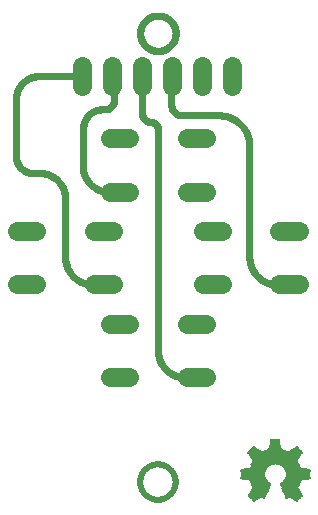
<source format=gbr>
G04 EAGLE Gerber RS-274X export*
G75*
%MOMM*%
%FSLAX34Y34*%
%LPD*%
%INBottom Copper*%
%IPPOS*%
%AMOC8*
5,1,8,0,0,1.08239X$1,22.5*%
G01*
%ADD10C,0.609600*%
%ADD11C,0.500000*%
%ADD12R,0.050800X0.050800*%
%ADD13R,0.152400X0.050800*%
%ADD14R,0.304800X0.050800*%
%ADD15R,0.406400X0.050800*%
%ADD16R,0.558800X0.050800*%
%ADD17R,0.660400X0.050800*%
%ADD18R,0.812800X0.050800*%
%ADD19R,0.914400X0.050800*%
%ADD20R,0.254000X0.050800*%
%ADD21R,1.422400X0.050800*%
%ADD22R,1.473200X0.050800*%
%ADD23R,1.574800X0.050800*%
%ADD24R,1.524000X0.050800*%
%ADD25R,1.625600X0.050800*%
%ADD26R,1.676400X0.050800*%
%ADD27R,1.727200X0.050800*%
%ADD28R,1.828800X0.050800*%
%ADD29R,2.082800X0.050800*%
%ADD30R,2.133600X0.050800*%
%ADD31R,1.879600X0.050800*%
%ADD32R,1.778000X0.050800*%
%ADD33R,1.981200X0.050800*%
%ADD34R,4.064000X0.050800*%
%ADD35R,3.962400X0.050800*%
%ADD36R,3.860800X0.050800*%
%ADD37R,4.165600X0.050800*%
%ADD38R,4.267200X0.050800*%
%ADD39R,4.368800X0.050800*%
%ADD40R,4.470400X0.050800*%
%ADD41R,4.572000X0.050800*%
%ADD42R,4.673600X0.050800*%
%ADD43R,4.775200X0.050800*%
%ADD44R,1.016000X0.050800*%
%ADD45R,1.930400X0.050800*%
%ADD46R,0.863600X0.050800*%
%ADD47R,0.762000X0.050800*%
%ADD48R,0.609600X0.050800*%
%ADD49R,1.219200X0.050800*%
%ADD50R,0.508000X0.050800*%
%ADD51R,1.117600X0.050800*%
%ADD52R,0.355600X0.050800*%
%ADD53R,0.101600X0.050800*%
%ADD54C,1.625600*%


D10*
X128000Y415000D02*
X128005Y415368D01*
X128018Y415736D01*
X128041Y416103D01*
X128072Y416470D01*
X128113Y416836D01*
X128162Y417201D01*
X128221Y417564D01*
X128288Y417926D01*
X128364Y418287D01*
X128450Y418645D01*
X128543Y419001D01*
X128646Y419354D01*
X128757Y419705D01*
X128877Y420053D01*
X129005Y420398D01*
X129142Y420740D01*
X129287Y421079D01*
X129440Y421413D01*
X129602Y421744D01*
X129771Y422071D01*
X129949Y422393D01*
X130134Y422712D01*
X130327Y423025D01*
X130528Y423334D01*
X130736Y423637D01*
X130952Y423935D01*
X131175Y424228D01*
X131405Y424516D01*
X131642Y424798D01*
X131886Y425073D01*
X132136Y425343D01*
X132393Y425607D01*
X132657Y425864D01*
X132927Y426114D01*
X133202Y426358D01*
X133484Y426595D01*
X133772Y426825D01*
X134065Y427048D01*
X134363Y427264D01*
X134666Y427472D01*
X134975Y427673D01*
X135288Y427866D01*
X135607Y428051D01*
X135929Y428229D01*
X136256Y428398D01*
X136587Y428560D01*
X136921Y428713D01*
X137260Y428858D01*
X137602Y428995D01*
X137947Y429123D01*
X138295Y429243D01*
X138646Y429354D01*
X138999Y429457D01*
X139355Y429550D01*
X139713Y429636D01*
X140074Y429712D01*
X140436Y429779D01*
X140799Y429838D01*
X141164Y429887D01*
X141530Y429928D01*
X141897Y429959D01*
X142264Y429982D01*
X142632Y429995D01*
X143000Y430000D01*
X143368Y429995D01*
X143736Y429982D01*
X144103Y429959D01*
X144470Y429928D01*
X144836Y429887D01*
X145201Y429838D01*
X145564Y429779D01*
X145926Y429712D01*
X146287Y429636D01*
X146645Y429550D01*
X147001Y429457D01*
X147354Y429354D01*
X147705Y429243D01*
X148053Y429123D01*
X148398Y428995D01*
X148740Y428858D01*
X149079Y428713D01*
X149413Y428560D01*
X149744Y428398D01*
X150071Y428229D01*
X150393Y428051D01*
X150712Y427866D01*
X151025Y427673D01*
X151334Y427472D01*
X151637Y427264D01*
X151935Y427048D01*
X152228Y426825D01*
X152516Y426595D01*
X152798Y426358D01*
X153073Y426114D01*
X153343Y425864D01*
X153607Y425607D01*
X153864Y425343D01*
X154114Y425073D01*
X154358Y424798D01*
X154595Y424516D01*
X154825Y424228D01*
X155048Y423935D01*
X155264Y423637D01*
X155472Y423334D01*
X155673Y423025D01*
X155866Y422712D01*
X156051Y422393D01*
X156229Y422071D01*
X156398Y421744D01*
X156560Y421413D01*
X156713Y421079D01*
X156858Y420740D01*
X156995Y420398D01*
X157123Y420053D01*
X157243Y419705D01*
X157354Y419354D01*
X157457Y419001D01*
X157550Y418645D01*
X157636Y418287D01*
X157712Y417926D01*
X157779Y417564D01*
X157838Y417201D01*
X157887Y416836D01*
X157928Y416470D01*
X157959Y416103D01*
X157982Y415736D01*
X157995Y415368D01*
X158000Y415000D01*
X157995Y414632D01*
X157982Y414264D01*
X157959Y413897D01*
X157928Y413530D01*
X157887Y413164D01*
X157838Y412799D01*
X157779Y412436D01*
X157712Y412074D01*
X157636Y411713D01*
X157550Y411355D01*
X157457Y410999D01*
X157354Y410646D01*
X157243Y410295D01*
X157123Y409947D01*
X156995Y409602D01*
X156858Y409260D01*
X156713Y408921D01*
X156560Y408587D01*
X156398Y408256D01*
X156229Y407929D01*
X156051Y407607D01*
X155866Y407288D01*
X155673Y406975D01*
X155472Y406666D01*
X155264Y406363D01*
X155048Y406065D01*
X154825Y405772D01*
X154595Y405484D01*
X154358Y405202D01*
X154114Y404927D01*
X153864Y404657D01*
X153607Y404393D01*
X153343Y404136D01*
X153073Y403886D01*
X152798Y403642D01*
X152516Y403405D01*
X152228Y403175D01*
X151935Y402952D01*
X151637Y402736D01*
X151334Y402528D01*
X151025Y402327D01*
X150712Y402134D01*
X150393Y401949D01*
X150071Y401771D01*
X149744Y401602D01*
X149413Y401440D01*
X149079Y401287D01*
X148740Y401142D01*
X148398Y401005D01*
X148053Y400877D01*
X147705Y400757D01*
X147354Y400646D01*
X147001Y400543D01*
X146645Y400450D01*
X146287Y400364D01*
X145926Y400288D01*
X145564Y400221D01*
X145201Y400162D01*
X144836Y400113D01*
X144470Y400072D01*
X144103Y400041D01*
X143736Y400018D01*
X143368Y400005D01*
X143000Y400000D01*
X142632Y400005D01*
X142264Y400018D01*
X141897Y400041D01*
X141530Y400072D01*
X141164Y400113D01*
X140799Y400162D01*
X140436Y400221D01*
X140074Y400288D01*
X139713Y400364D01*
X139355Y400450D01*
X138999Y400543D01*
X138646Y400646D01*
X138295Y400757D01*
X137947Y400877D01*
X137602Y401005D01*
X137260Y401142D01*
X136921Y401287D01*
X136587Y401440D01*
X136256Y401602D01*
X135929Y401771D01*
X135607Y401949D01*
X135288Y402134D01*
X134975Y402327D01*
X134666Y402528D01*
X134363Y402736D01*
X134065Y402952D01*
X133772Y403175D01*
X133484Y403405D01*
X133202Y403642D01*
X132927Y403886D01*
X132657Y404136D01*
X132393Y404393D01*
X132136Y404657D01*
X131886Y404927D01*
X131642Y405202D01*
X131405Y405484D01*
X131175Y405772D01*
X130952Y406065D01*
X130736Y406363D01*
X130528Y406666D01*
X130327Y406975D01*
X130134Y407288D01*
X129949Y407607D01*
X129771Y407929D01*
X129602Y408256D01*
X129440Y408587D01*
X129287Y408921D01*
X129142Y409260D01*
X129005Y409602D01*
X128877Y409947D01*
X128757Y410295D01*
X128646Y410646D01*
X128543Y410999D01*
X128450Y411355D01*
X128364Y411713D01*
X128288Y412074D01*
X128221Y412436D01*
X128162Y412799D01*
X128113Y413164D01*
X128072Y413530D01*
X128041Y413897D01*
X128018Y414264D01*
X128005Y414632D01*
X128000Y415000D01*
D11*
X128000Y35000D02*
X128005Y35368D01*
X128018Y35736D01*
X128041Y36103D01*
X128072Y36470D01*
X128113Y36836D01*
X128162Y37201D01*
X128221Y37564D01*
X128288Y37926D01*
X128364Y38287D01*
X128450Y38645D01*
X128543Y39001D01*
X128646Y39354D01*
X128757Y39705D01*
X128877Y40053D01*
X129005Y40398D01*
X129142Y40740D01*
X129287Y41079D01*
X129440Y41413D01*
X129602Y41744D01*
X129771Y42071D01*
X129949Y42393D01*
X130134Y42712D01*
X130327Y43025D01*
X130528Y43334D01*
X130736Y43637D01*
X130952Y43935D01*
X131175Y44228D01*
X131405Y44516D01*
X131642Y44798D01*
X131886Y45073D01*
X132136Y45343D01*
X132393Y45607D01*
X132657Y45864D01*
X132927Y46114D01*
X133202Y46358D01*
X133484Y46595D01*
X133772Y46825D01*
X134065Y47048D01*
X134363Y47264D01*
X134666Y47472D01*
X134975Y47673D01*
X135288Y47866D01*
X135607Y48051D01*
X135929Y48229D01*
X136256Y48398D01*
X136587Y48560D01*
X136921Y48713D01*
X137260Y48858D01*
X137602Y48995D01*
X137947Y49123D01*
X138295Y49243D01*
X138646Y49354D01*
X138999Y49457D01*
X139355Y49550D01*
X139713Y49636D01*
X140074Y49712D01*
X140436Y49779D01*
X140799Y49838D01*
X141164Y49887D01*
X141530Y49928D01*
X141897Y49959D01*
X142264Y49982D01*
X142632Y49995D01*
X143000Y50000D01*
X143368Y49995D01*
X143736Y49982D01*
X144103Y49959D01*
X144470Y49928D01*
X144836Y49887D01*
X145201Y49838D01*
X145564Y49779D01*
X145926Y49712D01*
X146287Y49636D01*
X146645Y49550D01*
X147001Y49457D01*
X147354Y49354D01*
X147705Y49243D01*
X148053Y49123D01*
X148398Y48995D01*
X148740Y48858D01*
X149079Y48713D01*
X149413Y48560D01*
X149744Y48398D01*
X150071Y48229D01*
X150393Y48051D01*
X150712Y47866D01*
X151025Y47673D01*
X151334Y47472D01*
X151637Y47264D01*
X151935Y47048D01*
X152228Y46825D01*
X152516Y46595D01*
X152798Y46358D01*
X153073Y46114D01*
X153343Y45864D01*
X153607Y45607D01*
X153864Y45343D01*
X154114Y45073D01*
X154358Y44798D01*
X154595Y44516D01*
X154825Y44228D01*
X155048Y43935D01*
X155264Y43637D01*
X155472Y43334D01*
X155673Y43025D01*
X155866Y42712D01*
X156051Y42393D01*
X156229Y42071D01*
X156398Y41744D01*
X156560Y41413D01*
X156713Y41079D01*
X156858Y40740D01*
X156995Y40398D01*
X157123Y40053D01*
X157243Y39705D01*
X157354Y39354D01*
X157457Y39001D01*
X157550Y38645D01*
X157636Y38287D01*
X157712Y37926D01*
X157779Y37564D01*
X157838Y37201D01*
X157887Y36836D01*
X157928Y36470D01*
X157959Y36103D01*
X157982Y35736D01*
X157995Y35368D01*
X158000Y35000D01*
X157995Y34632D01*
X157982Y34264D01*
X157959Y33897D01*
X157928Y33530D01*
X157887Y33164D01*
X157838Y32799D01*
X157779Y32436D01*
X157712Y32074D01*
X157636Y31713D01*
X157550Y31355D01*
X157457Y30999D01*
X157354Y30646D01*
X157243Y30295D01*
X157123Y29947D01*
X156995Y29602D01*
X156858Y29260D01*
X156713Y28921D01*
X156560Y28587D01*
X156398Y28256D01*
X156229Y27929D01*
X156051Y27607D01*
X155866Y27288D01*
X155673Y26975D01*
X155472Y26666D01*
X155264Y26363D01*
X155048Y26065D01*
X154825Y25772D01*
X154595Y25484D01*
X154358Y25202D01*
X154114Y24927D01*
X153864Y24657D01*
X153607Y24393D01*
X153343Y24136D01*
X153073Y23886D01*
X152798Y23642D01*
X152516Y23405D01*
X152228Y23175D01*
X151935Y22952D01*
X151637Y22736D01*
X151334Y22528D01*
X151025Y22327D01*
X150712Y22134D01*
X150393Y21949D01*
X150071Y21771D01*
X149744Y21602D01*
X149413Y21440D01*
X149079Y21287D01*
X148740Y21142D01*
X148398Y21005D01*
X148053Y20877D01*
X147705Y20757D01*
X147354Y20646D01*
X147001Y20543D01*
X146645Y20450D01*
X146287Y20364D01*
X145926Y20288D01*
X145564Y20221D01*
X145201Y20162D01*
X144836Y20113D01*
X144470Y20072D01*
X144103Y20041D01*
X143736Y20018D01*
X143368Y20005D01*
X143000Y20000D01*
X142632Y20005D01*
X142264Y20018D01*
X141897Y20041D01*
X141530Y20072D01*
X141164Y20113D01*
X140799Y20162D01*
X140436Y20221D01*
X140074Y20288D01*
X139713Y20364D01*
X139355Y20450D01*
X138999Y20543D01*
X138646Y20646D01*
X138295Y20757D01*
X137947Y20877D01*
X137602Y21005D01*
X137260Y21142D01*
X136921Y21287D01*
X136587Y21440D01*
X136256Y21602D01*
X135929Y21771D01*
X135607Y21949D01*
X135288Y22134D01*
X134975Y22327D01*
X134666Y22528D01*
X134363Y22736D01*
X134065Y22952D01*
X133772Y23175D01*
X133484Y23405D01*
X133202Y23642D01*
X132927Y23886D01*
X132657Y24136D01*
X132393Y24393D01*
X132136Y24657D01*
X131886Y24927D01*
X131642Y25202D01*
X131405Y25484D01*
X131175Y25772D01*
X130952Y26065D01*
X130736Y26363D01*
X130528Y26666D01*
X130327Y26975D01*
X130134Y27288D01*
X129949Y27607D01*
X129771Y27929D01*
X129602Y28256D01*
X129440Y28587D01*
X129287Y28921D01*
X129142Y29260D01*
X129005Y29602D01*
X128877Y29947D01*
X128757Y30295D01*
X128646Y30646D01*
X128543Y30999D01*
X128450Y31355D01*
X128364Y31713D01*
X128288Y32074D01*
X128221Y32436D01*
X128162Y32799D01*
X128113Y33164D01*
X128072Y33530D01*
X128041Y33897D01*
X128018Y34264D01*
X128005Y34632D01*
X128000Y35000D01*
D12*
X224536Y17780D03*
X260604Y17780D03*
D13*
X224536Y18288D03*
X260604Y18288D03*
D14*
X224790Y18796D03*
X260350Y18796D03*
D15*
X224790Y19304D03*
X260350Y19304D03*
D16*
X225044Y19812D03*
X260096Y19812D03*
D17*
X225044Y20320D03*
D12*
X233680Y20320D03*
X251460Y20320D03*
D17*
X260096Y20320D03*
D18*
X225298Y20828D03*
D13*
X233172Y20828D03*
X251968Y20828D03*
D18*
X259842Y20828D03*
D19*
X225298Y21336D03*
D20*
X232664Y21336D03*
X252476Y21336D03*
D19*
X259842Y21336D03*
D21*
X227330Y21844D03*
X257810Y21844D03*
D22*
X227076Y22352D03*
X258064Y22352D03*
D23*
X227076Y22860D03*
X258064Y22860D03*
X227076Y23368D03*
X258064Y23368D03*
D24*
X227330Y23876D03*
X257810Y23876D03*
D23*
X227584Y24384D03*
X257556Y24384D03*
D24*
X227838Y24892D03*
X257302Y24892D03*
X228346Y25400D03*
X256794Y25400D03*
X228346Y25908D03*
X256794Y25908D03*
X228854Y26416D03*
X256286Y26416D03*
D22*
X229108Y26924D03*
X256032Y26924D03*
X229108Y27432D03*
X256032Y27432D03*
X229616Y27940D03*
X255524Y27940D03*
D21*
X229870Y28448D03*
X255270Y28448D03*
D22*
X230124Y28956D03*
X255016Y28956D03*
D21*
X230378Y29464D03*
X254762Y29464D03*
D22*
X230124Y29972D03*
D21*
X254762Y29972D03*
D24*
X230378Y30480D03*
X254762Y30480D03*
X230378Y30988D03*
X254762Y30988D03*
D25*
X230378Y31496D03*
X254762Y31496D03*
X230378Y32004D03*
X254762Y32004D03*
D26*
X230632Y32512D03*
X254508Y32512D03*
D27*
X230378Y33020D03*
X254762Y33020D03*
D26*
X230124Y33528D03*
X255016Y33528D03*
D25*
X229362Y34036D03*
X255778Y34036D03*
D23*
X229108Y34544D03*
X256032Y34544D03*
D24*
X228854Y35052D03*
X256286Y35052D03*
X228346Y35560D03*
X256794Y35560D03*
D23*
X227584Y36068D03*
X257556Y36068D03*
D28*
X225806Y36576D03*
X259334Y36576D03*
D29*
X224536Y37084D03*
X260604Y37084D03*
D30*
X223774Y37592D03*
X261366Y37592D03*
X223774Y38100D03*
X261366Y38100D03*
X223774Y38608D03*
X261366Y38608D03*
D29*
X223520Y39116D03*
X261620Y39116D03*
X223520Y39624D03*
X261620Y39624D03*
X223520Y40132D03*
X261620Y40132D03*
X223520Y40640D03*
X261620Y40640D03*
X223520Y41148D03*
X261620Y41148D03*
X223520Y41656D03*
X261620Y41656D03*
X223520Y42164D03*
X261620Y42164D03*
X223520Y42672D03*
X261620Y42672D03*
X223520Y43180D03*
X261620Y43180D03*
D30*
X223774Y43688D03*
X261366Y43688D03*
X223774Y44196D03*
X261366Y44196D03*
X223774Y44704D03*
X261366Y44704D03*
X224282Y45212D03*
X260858Y45212D03*
D31*
X225552Y45720D03*
X259588Y45720D03*
D26*
X227076Y46228D03*
X258064Y46228D03*
D24*
X228346Y46736D03*
X256794Y46736D03*
X228854Y47244D03*
X256286Y47244D03*
D23*
X229108Y47752D03*
X256032Y47752D03*
X229616Y48260D03*
X255524Y48260D03*
D26*
X230124Y48768D03*
X255016Y48768D03*
D32*
X230632Y49276D03*
X254508Y49276D03*
D33*
X232156Y49784D03*
X252984Y49784D03*
D34*
X242570Y50292D03*
D35*
X242570Y50800D03*
X242570Y51308D03*
D36*
X242570Y51816D03*
X242570Y52324D03*
X242570Y52832D03*
X242570Y53340D03*
D35*
X242570Y53848D03*
D34*
X242570Y54356D03*
X242570Y54864D03*
D37*
X242570Y55372D03*
D38*
X242570Y55880D03*
X242570Y56388D03*
D39*
X242570Y56896D03*
D40*
X242570Y57404D03*
X242570Y57912D03*
D41*
X242570Y58420D03*
D42*
X242570Y58928D03*
D43*
X242570Y59436D03*
D42*
X242570Y59944D03*
D41*
X242570Y60452D03*
D44*
X225298Y60960D03*
D45*
X242570Y60960D03*
D44*
X259842Y60960D03*
D46*
X225044Y61468D03*
D27*
X242570Y61468D03*
D46*
X260096Y61468D03*
D47*
X225044Y61976D03*
D21*
X242570Y61976D03*
D47*
X260096Y61976D03*
D48*
X224790Y62484D03*
D49*
X242570Y62484D03*
D48*
X260350Y62484D03*
D50*
X224790Y62992D03*
D51*
X242570Y62992D03*
D50*
X260350Y62992D03*
D52*
X224536Y63500D03*
D44*
X242570Y63500D03*
D52*
X260604Y63500D03*
D20*
X224536Y64008D03*
D44*
X242570Y64008D03*
D20*
X260604Y64008D03*
D53*
X224282Y64516D03*
D44*
X242570Y64516D03*
D53*
X260858Y64516D03*
D44*
X242570Y65024D03*
X242570Y65532D03*
D19*
X242570Y66040D03*
X242570Y66548D03*
X242570Y67056D03*
X242570Y67564D03*
X242570Y68072D03*
X242570Y68580D03*
D18*
X242570Y69088D03*
X242570Y69596D03*
X242570Y70104D03*
X242570Y70612D03*
D54*
X105140Y202394D02*
X88884Y202394D01*
X88884Y247606D02*
X105140Y247606D01*
X40116Y202394D02*
X23860Y202394D01*
X23860Y247606D02*
X40116Y247606D01*
X167384Y280894D02*
X183640Y280894D01*
X183640Y326106D02*
X167384Y326106D01*
X118616Y280894D02*
X102360Y280894D01*
X102360Y326106D02*
X118616Y326106D01*
X245884Y202394D02*
X262140Y202394D01*
X262140Y247606D02*
X245884Y247606D01*
X197116Y202394D02*
X180860Y202394D01*
X180860Y247606D02*
X197116Y247606D01*
X183640Y123894D02*
X167384Y123894D01*
X167384Y169106D02*
X183640Y169106D01*
X118616Y123894D02*
X102360Y123894D01*
X102360Y169106D02*
X118616Y169106D01*
X79000Y370602D02*
X79000Y386858D01*
X104400Y386858D02*
X104400Y370602D01*
X129800Y370602D02*
X129800Y386858D01*
X155200Y386858D02*
X155200Y370602D01*
X180600Y370602D02*
X180600Y386858D01*
X206000Y386858D02*
X206000Y370602D01*
D10*
X97012Y202394D02*
X87674Y202394D01*
X87114Y202401D01*
X86555Y202421D01*
X85997Y202455D01*
X85439Y202502D01*
X84883Y202563D01*
X84328Y202637D01*
X83775Y202725D01*
X83225Y202825D01*
X82677Y202940D01*
X82132Y203067D01*
X81590Y203207D01*
X81052Y203361D01*
X80518Y203527D01*
X79988Y203707D01*
X79462Y203899D01*
X78941Y204104D01*
X78426Y204321D01*
X77915Y204551D01*
X77411Y204793D01*
X76912Y205047D01*
X76420Y205313D01*
X75934Y205591D01*
X75455Y205880D01*
X74983Y206181D01*
X74519Y206493D01*
X74062Y206817D01*
X73613Y207151D01*
X73173Y207496D01*
X72741Y207852D01*
X72317Y208218D01*
X71903Y208594D01*
X71498Y208980D01*
X71102Y209376D01*
X70716Y209781D01*
X70340Y210195D01*
X69974Y210619D01*
X69618Y211051D01*
X69273Y211491D01*
X68939Y211940D01*
X68615Y212397D01*
X68303Y212861D01*
X68002Y213333D01*
X67713Y213812D01*
X67435Y214298D01*
X67169Y214790D01*
X66915Y215289D01*
X66673Y215793D01*
X66443Y216304D01*
X66226Y216819D01*
X66021Y217340D01*
X65829Y217866D01*
X65649Y218396D01*
X65483Y218930D01*
X65329Y219468D01*
X65189Y220010D01*
X65062Y220555D01*
X64947Y221103D01*
X64847Y221653D01*
X64759Y222206D01*
X64685Y222761D01*
X64624Y223317D01*
X64577Y223875D01*
X64543Y224433D01*
X64523Y224992D01*
X64516Y225552D01*
X64516Y274828D01*
X64510Y275356D01*
X64490Y275883D01*
X64459Y276410D01*
X64414Y276936D01*
X64357Y277461D01*
X64287Y277984D01*
X64204Y278506D01*
X64109Y279025D01*
X64001Y279542D01*
X63881Y280056D01*
X63749Y280567D01*
X63604Y281074D01*
X63447Y281578D01*
X63278Y282078D01*
X63096Y282574D01*
X62903Y283065D01*
X62698Y283552D01*
X62482Y284033D01*
X62254Y284509D01*
X62014Y284979D01*
X61763Y285444D01*
X61501Y285902D01*
X61228Y286354D01*
X60944Y286799D01*
X60649Y287237D01*
X60344Y287668D01*
X60029Y288091D01*
X59703Y288506D01*
X59368Y288914D01*
X59022Y289313D01*
X58668Y289704D01*
X58304Y290086D01*
X57930Y290460D01*
X57548Y290824D01*
X57157Y291178D01*
X56758Y291524D01*
X56350Y291859D01*
X55935Y292185D01*
X55512Y292500D01*
X55081Y292805D01*
X54643Y293100D01*
X54198Y293384D01*
X53746Y293657D01*
X53288Y293919D01*
X52823Y294170D01*
X52353Y294410D01*
X51877Y294638D01*
X51396Y294854D01*
X50909Y295059D01*
X50418Y295252D01*
X49922Y295434D01*
X49422Y295603D01*
X48918Y295760D01*
X48411Y295905D01*
X47900Y296037D01*
X47386Y296157D01*
X46869Y296265D01*
X46350Y296360D01*
X45828Y296443D01*
X45305Y296513D01*
X44780Y296570D01*
X44254Y296615D01*
X43727Y296646D01*
X43200Y296666D01*
X42672Y296672D01*
X37084Y296672D01*
X36740Y296676D01*
X36397Y296689D01*
X36054Y296709D01*
X35711Y296738D01*
X35369Y296776D01*
X35029Y296821D01*
X34689Y296875D01*
X34351Y296937D01*
X34015Y297007D01*
X33680Y297085D01*
X33347Y297172D01*
X33017Y297266D01*
X32689Y297368D01*
X32363Y297478D01*
X32040Y297596D01*
X31720Y297722D01*
X31403Y297856D01*
X31090Y297997D01*
X30780Y298145D01*
X30474Y298301D01*
X30171Y298465D01*
X29873Y298635D01*
X29579Y298813D01*
X29289Y298998D01*
X29004Y299190D01*
X28723Y299389D01*
X28448Y299594D01*
X28177Y299806D01*
X27912Y300024D01*
X27652Y300249D01*
X27397Y300480D01*
X27148Y300717D01*
X26905Y300960D01*
X26668Y301209D01*
X26437Y301464D01*
X26212Y301724D01*
X25994Y301989D01*
X25782Y302260D01*
X25577Y302535D01*
X25378Y302816D01*
X25186Y303101D01*
X25001Y303391D01*
X24823Y303685D01*
X24653Y303983D01*
X24489Y304286D01*
X24333Y304592D01*
X24185Y304902D01*
X24044Y305215D01*
X23910Y305532D01*
X23784Y305852D01*
X23666Y306175D01*
X23556Y306501D01*
X23454Y306829D01*
X23360Y307159D01*
X23273Y307492D01*
X23195Y307827D01*
X23125Y308163D01*
X23063Y308501D01*
X23009Y308841D01*
X22964Y309181D01*
X22926Y309523D01*
X22897Y309866D01*
X22877Y310209D01*
X22864Y310552D01*
X22860Y310896D01*
X22860Y359156D01*
X42434Y378730D02*
X79000Y378730D01*
X42434Y378730D02*
X41961Y378724D01*
X41488Y378707D01*
X41016Y378679D01*
X40545Y378639D01*
X40075Y378587D01*
X39606Y378525D01*
X39139Y378451D01*
X38673Y378365D01*
X38210Y378269D01*
X37750Y378161D01*
X37292Y378042D01*
X36837Y377913D01*
X36385Y377772D01*
X35937Y377620D01*
X35493Y377458D01*
X35053Y377285D01*
X34617Y377101D01*
X34185Y376907D01*
X33759Y376703D01*
X33338Y376488D01*
X32921Y376263D01*
X32511Y376028D01*
X32106Y375783D01*
X31707Y375529D01*
X31315Y375265D01*
X30929Y374992D01*
X30549Y374709D01*
X30177Y374417D01*
X29812Y374117D01*
X29454Y373807D01*
X29104Y373489D01*
X28761Y373163D01*
X28427Y372829D01*
X28101Y372486D01*
X27783Y372136D01*
X27473Y371778D01*
X27173Y371413D01*
X26881Y371041D01*
X26598Y370661D01*
X26325Y370275D01*
X26061Y369883D01*
X25807Y369484D01*
X25562Y369079D01*
X25327Y368669D01*
X25102Y368252D01*
X24887Y367831D01*
X24683Y367405D01*
X24489Y366973D01*
X24305Y366537D01*
X24132Y366097D01*
X23970Y365653D01*
X23818Y365205D01*
X23677Y364753D01*
X23548Y364298D01*
X23429Y363840D01*
X23321Y363380D01*
X23225Y362917D01*
X23139Y362451D01*
X23065Y361984D01*
X23003Y361515D01*
X22951Y361045D01*
X22911Y360574D01*
X22883Y360102D01*
X22866Y359629D01*
X22860Y359156D01*
X154432Y377962D02*
X154434Y378017D01*
X154440Y378071D01*
X154450Y378125D01*
X154463Y378178D01*
X154480Y378230D01*
X154501Y378281D01*
X154526Y378330D01*
X154554Y378377D01*
X154585Y378422D01*
X154620Y378465D01*
X154657Y378505D01*
X154697Y378542D01*
X154740Y378577D01*
X154785Y378608D01*
X154832Y378636D01*
X154881Y378661D01*
X154932Y378682D01*
X154984Y378699D01*
X155037Y378712D01*
X155091Y378722D01*
X155145Y378728D01*
X155200Y378730D01*
X154432Y377962D02*
X154432Y354076D01*
X154435Y353867D01*
X154442Y353659D01*
X154455Y353450D01*
X154472Y353243D01*
X154495Y353035D01*
X154523Y352828D01*
X154555Y352622D01*
X154593Y352417D01*
X154635Y352212D01*
X154683Y352009D01*
X154735Y351807D01*
X154793Y351607D01*
X154855Y351407D01*
X154922Y351210D01*
X154993Y351014D01*
X155070Y350819D01*
X155151Y350627D01*
X155236Y350437D01*
X155326Y350249D01*
X155421Y350063D01*
X155520Y349879D01*
X155624Y349698D01*
X155732Y349519D01*
X155844Y349343D01*
X155961Y349170D01*
X156081Y349000D01*
X156206Y348833D01*
X156335Y348668D01*
X156467Y348507D01*
X156604Y348349D01*
X156744Y348195D01*
X156888Y348044D01*
X157036Y347896D01*
X157187Y347752D01*
X157341Y347612D01*
X157499Y347475D01*
X157660Y347343D01*
X157825Y347214D01*
X157992Y347089D01*
X158162Y346969D01*
X158335Y346852D01*
X158511Y346740D01*
X158690Y346632D01*
X158871Y346528D01*
X159055Y346429D01*
X159241Y346334D01*
X159429Y346244D01*
X159619Y346159D01*
X159811Y346078D01*
X160006Y346001D01*
X160202Y345930D01*
X160399Y345863D01*
X160599Y345801D01*
X160799Y345743D01*
X161001Y345691D01*
X161204Y345643D01*
X161409Y345601D01*
X161614Y345563D01*
X161820Y345531D01*
X162027Y345503D01*
X162235Y345480D01*
X162442Y345463D01*
X162651Y345450D01*
X162859Y345443D01*
X163068Y345440D01*
X194564Y345440D01*
X195190Y345432D01*
X195816Y345410D01*
X196441Y345372D01*
X197064Y345319D01*
X197687Y345251D01*
X198307Y345168D01*
X198926Y345070D01*
X199542Y344957D01*
X200155Y344830D01*
X200764Y344687D01*
X201370Y344530D01*
X201972Y344358D01*
X202570Y344172D01*
X203163Y343971D01*
X203751Y343756D01*
X204334Y343527D01*
X204911Y343284D01*
X205482Y343027D01*
X206046Y342757D01*
X206604Y342472D01*
X207155Y342175D01*
X207698Y341864D01*
X208234Y341540D01*
X208762Y341203D01*
X209281Y340854D01*
X209792Y340492D01*
X210294Y340118D01*
X210787Y339732D01*
X211271Y339334D01*
X211744Y338924D01*
X212208Y338504D01*
X212661Y338072D01*
X213104Y337629D01*
X213536Y337176D01*
X213956Y336712D01*
X214366Y336239D01*
X214764Y335755D01*
X215150Y335262D01*
X215524Y334760D01*
X215886Y334249D01*
X216235Y333730D01*
X216572Y333202D01*
X216896Y332666D01*
X217207Y332123D01*
X217504Y331572D01*
X217789Y331014D01*
X218059Y330450D01*
X218316Y329879D01*
X218559Y329302D01*
X218788Y328719D01*
X219003Y328131D01*
X219204Y327538D01*
X219390Y326940D01*
X219562Y326338D01*
X219719Y325732D01*
X219862Y325123D01*
X219989Y324510D01*
X220102Y323894D01*
X220200Y323275D01*
X220283Y322655D01*
X220351Y322032D01*
X220404Y321409D01*
X220442Y320784D01*
X220464Y320158D01*
X220472Y319532D01*
X220472Y225552D01*
X220479Y224992D01*
X220499Y224433D01*
X220533Y223875D01*
X220580Y223317D01*
X220641Y222761D01*
X220715Y222206D01*
X220803Y221653D01*
X220903Y221103D01*
X221018Y220555D01*
X221145Y220010D01*
X221285Y219468D01*
X221439Y218930D01*
X221605Y218396D01*
X221785Y217866D01*
X221977Y217340D01*
X222182Y216819D01*
X222399Y216304D01*
X222629Y215793D01*
X222871Y215289D01*
X223125Y214790D01*
X223391Y214298D01*
X223669Y213812D01*
X223958Y213333D01*
X224259Y212861D01*
X224571Y212397D01*
X224895Y211940D01*
X225229Y211491D01*
X225574Y211051D01*
X225930Y210619D01*
X226296Y210195D01*
X226672Y209781D01*
X227058Y209376D01*
X227454Y208980D01*
X227859Y208594D01*
X228273Y208218D01*
X228697Y207852D01*
X229129Y207496D01*
X229569Y207151D01*
X230018Y206817D01*
X230475Y206493D01*
X230939Y206181D01*
X231411Y205880D01*
X231890Y205591D01*
X232376Y205313D01*
X232868Y205047D01*
X233367Y204793D01*
X233871Y204551D01*
X234382Y204321D01*
X234897Y204104D01*
X235418Y203899D01*
X235944Y203707D01*
X236474Y203527D01*
X237008Y203361D01*
X237546Y203207D01*
X238088Y203067D01*
X238633Y202940D01*
X239181Y202825D01*
X239731Y202725D01*
X240284Y202637D01*
X240839Y202563D01*
X241395Y202502D01*
X241953Y202455D01*
X242511Y202421D01*
X243070Y202401D01*
X243630Y202394D01*
X254012Y202394D01*
X165158Y123894D02*
X164629Y123900D01*
X164100Y123920D01*
X163572Y123952D01*
X163044Y123996D01*
X162518Y124054D01*
X161993Y124124D01*
X161471Y124207D01*
X160950Y124302D01*
X160432Y124410D01*
X159917Y124530D01*
X159404Y124663D01*
X158895Y124808D01*
X158390Y124966D01*
X157889Y125136D01*
X157391Y125317D01*
X156899Y125511D01*
X156411Y125716D01*
X155928Y125934D01*
X155451Y126162D01*
X154980Y126403D01*
X154514Y126654D01*
X154055Y126917D01*
X153602Y127191D01*
X153155Y127476D01*
X152716Y127771D01*
X152284Y128077D01*
X151860Y128393D01*
X151443Y128720D01*
X151035Y129056D01*
X150634Y129402D01*
X150242Y129758D01*
X149859Y130123D01*
X149485Y130497D01*
X149120Y130880D01*
X148764Y131272D01*
X148418Y131673D01*
X148082Y132081D01*
X147755Y132498D01*
X147439Y132922D01*
X147133Y133354D01*
X146838Y133793D01*
X146553Y134240D01*
X146279Y134693D01*
X146016Y135152D01*
X145765Y135618D01*
X145524Y136089D01*
X145296Y136566D01*
X145078Y137049D01*
X144873Y137537D01*
X144679Y138029D01*
X144498Y138527D01*
X144328Y139028D01*
X144170Y139533D01*
X144025Y140042D01*
X143892Y140555D01*
X143772Y141070D01*
X143664Y141588D01*
X143569Y142109D01*
X143486Y142631D01*
X143416Y143156D01*
X143358Y143682D01*
X143314Y144210D01*
X143282Y144738D01*
X143262Y145267D01*
X143256Y145796D01*
X165158Y123894D02*
X175512Y123894D01*
X143256Y145796D02*
X143256Y333248D01*
X143254Y333408D01*
X143248Y333567D01*
X143239Y333726D01*
X143225Y333885D01*
X143208Y334044D01*
X143187Y334202D01*
X143162Y334360D01*
X143133Y334517D01*
X143100Y334673D01*
X143064Y334828D01*
X143024Y334983D01*
X142980Y335136D01*
X142933Y335289D01*
X142882Y335440D01*
X142827Y335590D01*
X142768Y335738D01*
X142706Y335885D01*
X142641Y336031D01*
X142572Y336175D01*
X142500Y336317D01*
X142424Y336457D01*
X142344Y336596D01*
X142262Y336733D01*
X142176Y336867D01*
X142087Y336999D01*
X141995Y337130D01*
X141899Y337258D01*
X141801Y337383D01*
X141700Y337507D01*
X141595Y337627D01*
X141488Y337745D01*
X141378Y337861D01*
X141265Y337974D01*
X141149Y338084D01*
X141031Y338191D01*
X140911Y338296D01*
X140787Y338397D01*
X140662Y338495D01*
X140534Y338591D01*
X140403Y338683D01*
X140271Y338772D01*
X140137Y338858D01*
X140000Y338940D01*
X139861Y339020D01*
X139721Y339096D01*
X139579Y339168D01*
X139435Y339237D01*
X139289Y339302D01*
X139142Y339364D01*
X138994Y339423D01*
X138844Y339478D01*
X138693Y339529D01*
X138540Y339576D01*
X138387Y339620D01*
X138232Y339660D01*
X138077Y339696D01*
X137921Y339729D01*
X137764Y339758D01*
X137606Y339783D01*
X137448Y339804D01*
X137289Y339821D01*
X137130Y339835D01*
X136971Y339844D01*
X136812Y339850D01*
X136652Y339852D01*
X129800Y346704D02*
X129800Y378730D01*
X129800Y346704D02*
X129802Y346538D01*
X129808Y346373D01*
X129818Y346208D01*
X129832Y346043D01*
X129850Y345878D01*
X129872Y345714D01*
X129898Y345550D01*
X129928Y345388D01*
X129961Y345225D01*
X129999Y345064D01*
X130041Y344904D01*
X130086Y344745D01*
X130135Y344587D01*
X130188Y344430D01*
X130245Y344274D01*
X130306Y344120D01*
X130370Y343968D01*
X130438Y343817D01*
X130510Y343667D01*
X130585Y343520D01*
X130664Y343374D01*
X130746Y343230D01*
X130831Y343089D01*
X130921Y342949D01*
X131013Y342812D01*
X131109Y342676D01*
X131208Y342544D01*
X131310Y342413D01*
X131415Y342286D01*
X131523Y342160D01*
X131634Y342038D01*
X131749Y341918D01*
X131866Y341801D01*
X131986Y341686D01*
X132108Y341575D01*
X132234Y341467D01*
X132361Y341362D01*
X132492Y341260D01*
X132624Y341161D01*
X132760Y341065D01*
X132897Y340973D01*
X133037Y340883D01*
X133178Y340798D01*
X133322Y340716D01*
X133468Y340637D01*
X133615Y340562D01*
X133765Y340490D01*
X133916Y340422D01*
X134068Y340358D01*
X134222Y340297D01*
X134378Y340240D01*
X134535Y340187D01*
X134693Y340138D01*
X134852Y340093D01*
X135012Y340051D01*
X135173Y340013D01*
X135336Y339980D01*
X135498Y339950D01*
X135662Y339924D01*
X135826Y339902D01*
X135991Y339884D01*
X136156Y339870D01*
X136321Y339860D01*
X136486Y339854D01*
X136652Y339852D01*
X110488Y280894D02*
X108234Y280894D01*
X107671Y280764D01*
X107104Y280648D01*
X106535Y280545D01*
X105963Y280457D01*
X105390Y280382D01*
X104815Y280322D01*
X104238Y280276D01*
X103661Y280244D01*
X103083Y280226D01*
X102505Y280222D01*
X101927Y280233D01*
X101349Y280258D01*
X100772Y280297D01*
X100196Y280350D01*
X99622Y280417D01*
X99049Y280498D01*
X98479Y280593D01*
X97911Y280703D01*
X97346Y280826D01*
X96784Y280963D01*
X96226Y281114D01*
X95671Y281278D01*
X95121Y281456D01*
X94575Y281647D01*
X94034Y281852D01*
X93499Y282070D01*
X92969Y282301D01*
X92444Y282545D01*
X91926Y282802D01*
X91415Y283071D01*
X90910Y283353D01*
X90412Y283647D01*
X89921Y283954D01*
X89438Y284272D01*
X88964Y284602D01*
X88497Y284943D01*
X88039Y285296D01*
X87589Y285660D01*
X87149Y286035D01*
X86718Y286421D01*
X86297Y286817D01*
X85886Y287223D01*
X85484Y287640D01*
X85093Y288066D01*
X84713Y288501D01*
X84343Y288946D01*
X83984Y289400D01*
X83637Y289862D01*
X83301Y290333D01*
X82977Y290811D01*
X82664Y291298D01*
X82364Y291792D01*
X82076Y292293D01*
X81800Y292802D01*
X81537Y293317D01*
X81286Y293838D01*
X81049Y294365D01*
X80824Y294898D01*
X80612Y295436D01*
X80414Y295979D01*
X80229Y296527D01*
X80058Y297080D01*
X79900Y297636D01*
X79756Y298196D01*
X79756Y335280D01*
X79779Y335666D01*
X79812Y336052D01*
X79853Y336437D01*
X79904Y336821D01*
X79965Y337203D01*
X80034Y337584D01*
X80113Y337963D01*
X80201Y338340D01*
X80298Y338715D01*
X80403Y339087D01*
X80518Y339457D01*
X80642Y339824D01*
X80775Y340188D01*
X80916Y340548D01*
X81066Y340905D01*
X81225Y341258D01*
X81392Y341607D01*
X81567Y341952D01*
X81751Y342293D01*
X81943Y342629D01*
X82143Y342961D01*
X82351Y343287D01*
X82567Y343609D01*
X82790Y343925D01*
X83022Y344235D01*
X83260Y344540D01*
X83506Y344839D01*
X83759Y345132D01*
X84019Y345419D01*
X84286Y345700D01*
X84559Y345974D01*
X84839Y346241D01*
X85126Y346501D01*
X85418Y346755D01*
X85717Y347001D01*
X86022Y347240D01*
X86332Y347471D01*
X86648Y347695D01*
X86969Y347912D01*
X87295Y348120D01*
X87626Y348321D01*
X87962Y348513D01*
X88303Y348697D01*
X88647Y348873D01*
X88996Y349041D01*
X89349Y349200D01*
X89706Y349351D01*
X90066Y349493D01*
X90430Y349626D01*
X90796Y349750D01*
X91166Y349866D01*
X91538Y349972D01*
X91913Y350070D01*
X92289Y350158D01*
X92668Y350237D01*
X93049Y350307D01*
X93431Y350368D01*
X93815Y350420D01*
X94200Y350462D01*
X94586Y350495D01*
X94972Y350519D01*
X95359Y350533D01*
X95746Y350538D01*
X96133Y350534D01*
X96520Y350520D01*
X98044Y350520D01*
X98228Y350522D01*
X98412Y350529D01*
X98596Y350540D01*
X98779Y350556D01*
X98962Y350576D01*
X99145Y350600D01*
X99327Y350629D01*
X99508Y350662D01*
X99688Y350700D01*
X99868Y350741D01*
X100046Y350788D01*
X100223Y350838D01*
X100399Y350893D01*
X100573Y350952D01*
X100746Y351015D01*
X100917Y351083D01*
X101087Y351154D01*
X101255Y351230D01*
X101421Y351309D01*
X101585Y351393D01*
X101747Y351480D01*
X101907Y351572D01*
X102065Y351667D01*
X102220Y351766D01*
X102373Y351869D01*
X102523Y351975D01*
X102671Y352085D01*
X102816Y352199D01*
X102958Y352316D01*
X103097Y352436D01*
X103233Y352560D01*
X103367Y352687D01*
X103497Y352817D01*
X103624Y352951D01*
X103748Y353087D01*
X103868Y353226D01*
X103985Y353368D01*
X104099Y353513D01*
X104209Y353661D01*
X104315Y353811D01*
X104418Y353964D01*
X104517Y354119D01*
X104612Y354277D01*
X104704Y354437D01*
X104791Y354599D01*
X104875Y354763D01*
X104954Y354929D01*
X105030Y355097D01*
X105101Y355267D01*
X105169Y355438D01*
X105232Y355611D01*
X105291Y355785D01*
X105346Y355961D01*
X105396Y356138D01*
X105443Y356316D01*
X105484Y356496D01*
X105522Y356676D01*
X105555Y356857D01*
X105584Y357039D01*
X105608Y357222D01*
X105628Y357405D01*
X105644Y357588D01*
X105655Y357772D01*
X105662Y357956D01*
X105664Y358140D01*
X105156Y373910D01*
X105222Y374004D01*
X105286Y374101D01*
X105345Y374199D01*
X105402Y374300D01*
X105455Y374402D01*
X105505Y374506D01*
X105551Y374612D01*
X105594Y374719D01*
X105633Y374827D01*
X105668Y374937D01*
X105700Y375048D01*
X105728Y375160D01*
X105752Y375272D01*
X105773Y375386D01*
X105790Y375500D01*
X105802Y375614D01*
X105811Y375729D01*
X105817Y375845D01*
X105818Y375960D01*
X105815Y376075D01*
X105809Y376190D01*
X105799Y376305D01*
X105785Y376420D01*
X105767Y376533D01*
X105745Y376647D01*
X105720Y376759D01*
X105691Y376871D01*
X105658Y376981D01*
X105621Y377091D01*
X105581Y377199D01*
X105537Y377305D01*
X105490Y377410D01*
X105439Y377514D01*
X105385Y377616D01*
X105327Y377716D01*
X105266Y377813D01*
X105202Y377909D01*
X105135Y378003D01*
X105064Y378094D01*
X104991Y378183D01*
X104915Y378269D01*
X104835Y378353D01*
X104754Y378434D01*
X104669Y378513D01*
X104582Y378588D01*
X104492Y378661D01*
X104400Y378730D01*
M02*

</source>
